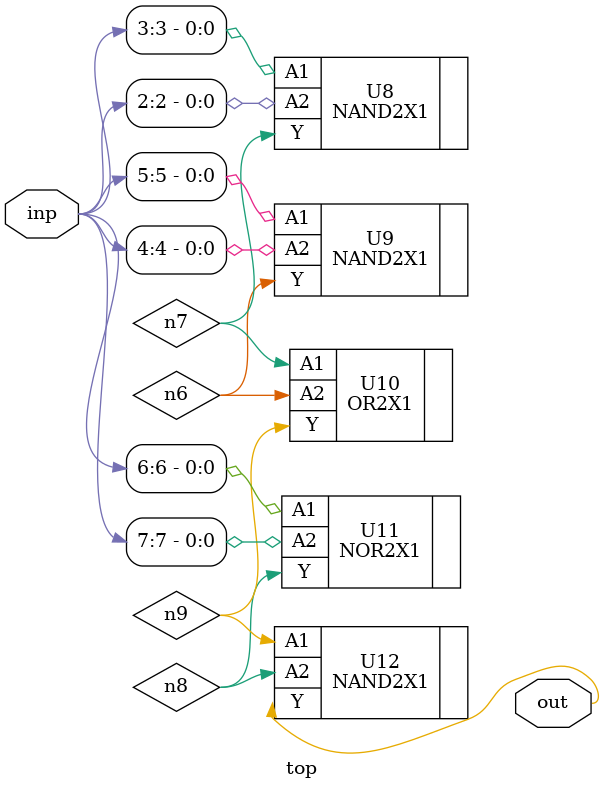
<source format=sv>


module top ( inp, out );
  input [7:0] inp;
  output out;
  wire   n6, n7, n8, n9;

  NAND2X1 U8 ( .A1(inp[3]), .A2(inp[2]), .Y(n7) );
  NAND2X1 U9 ( .A1(inp[5]), .A2(inp[4]), .Y(n6) );
  OR2X1 U10 ( .A1(n7), .A2(n6), .Y(n9) );
  NOR2X1 U11 ( .A1(inp[6]), .A2(inp[7]), .Y(n8) );
  NAND2X1 U12 ( .A1(n9), .A2(n8), .Y(out) );
endmodule


</source>
